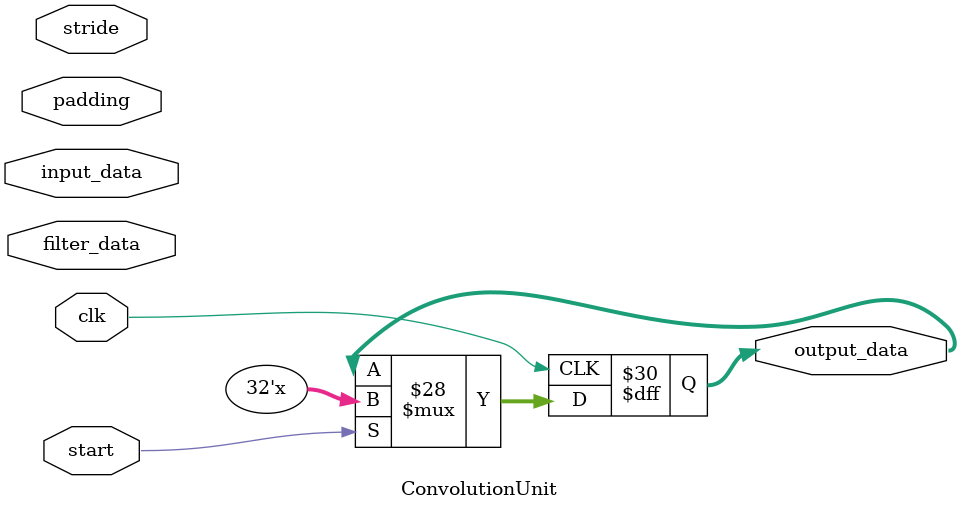
<source format=v>
module ConvolutionUnit (
    input wire clk,
    input wire start,
    input wire [1:0] stride,
    input wire [1:0] padding,
    input wire [31:0] input_data,
    input wire [31:0] filter_data,
    output reg [31:0] output_data
);
    integer i;
    reg [31:0] acc;

    always @(posedge clk) begin
        if (start) begin
            acc = 0;
            // 예시: input_data와 filter_data를 9개(3x3)라고 가정
            // 실제론 별도 메모리에서 가져올 것
            for (i = 0; i < 9; i = i + 1) begin
                acc = acc + (input_data[i*4 +: 4] * filter_data[i*4 +: 4]);
            end
            // stride, padding 고려 로직은 생략 (개념 표시용)
            // ...
            output_data <= acc;
        end
    end
endmodule
</source>
